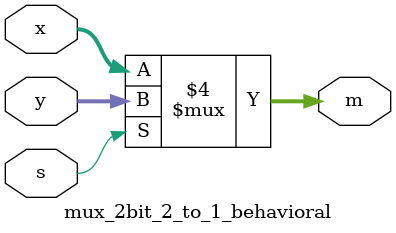
<source format=v>
`timescale 1ns / 1ps


module mux_2bit_2_to_1_behavioral(input [1:0] x, input [1:0] y, input s, output [1:0] m);
	reg [1:0] m;

	always @(x or y or s) begin
		if (s == 0) begin
			m = x;
		end
		else begin
			m = y;
		end
	end
endmodule

</source>
